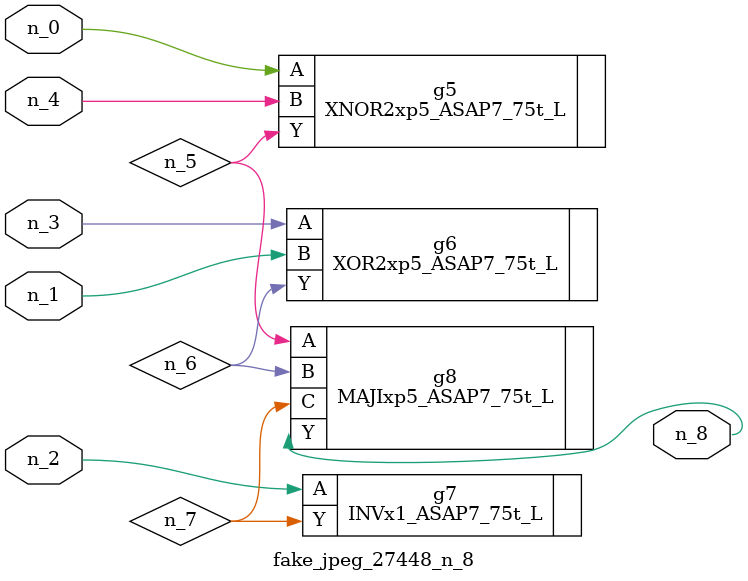
<source format=v>
module fake_jpeg_27448_n_8 (n_3, n_2, n_1, n_0, n_4, n_8);

input n_3;
input n_2;
input n_1;
input n_0;
input n_4;

output n_8;

wire n_6;
wire n_5;
wire n_7;

XNOR2xp5_ASAP7_75t_L g5 ( 
.A(n_0),
.B(n_4),
.Y(n_5)
);

XOR2xp5_ASAP7_75t_L g6 ( 
.A(n_3),
.B(n_1),
.Y(n_6)
);

INVx1_ASAP7_75t_L g7 ( 
.A(n_2),
.Y(n_7)
);

MAJIxp5_ASAP7_75t_L g8 ( 
.A(n_5),
.B(n_6),
.C(n_7),
.Y(n_8)
);


endmodule
</source>
